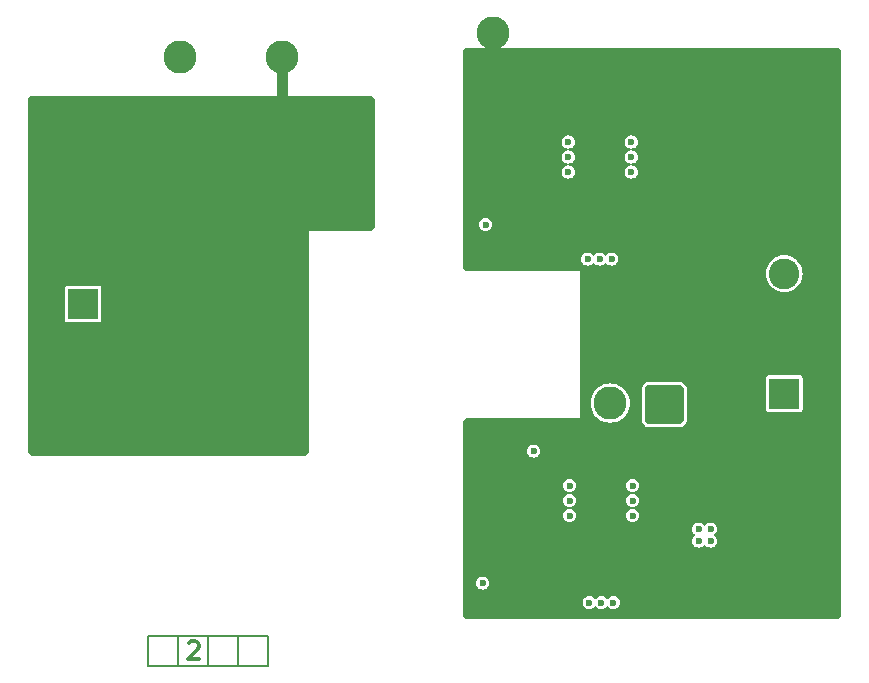
<source format=gbr>
G04 #@! TF.GenerationSoftware,KiCad,Pcbnew,8.0.6*
G04 #@! TF.CreationDate,2024-12-01T22:00:57+01:00*
G04 #@! TF.ProjectId,UCC25800,55434332-3538-4303-902e-6b696361645f,rev?*
G04 #@! TF.SameCoordinates,Original*
G04 #@! TF.FileFunction,Copper,L2,Inr*
G04 #@! TF.FilePolarity,Positive*
%FSLAX46Y46*%
G04 Gerber Fmt 4.6, Leading zero omitted, Abs format (unit mm)*
G04 Created by KiCad (PCBNEW 8.0.6) date 2024-12-01 22:00:57*
%MOMM*%
%LPD*%
G01*
G04 APERTURE LIST*
G04 #@! TA.AperFunction,NonConductor*
%ADD10C,0.200000*%
G04 #@! TD*
%ADD11C,0.300000*%
G04 #@! TA.AperFunction,NonConductor*
%ADD12C,0.300000*%
G04 #@! TD*
G04 #@! TA.AperFunction,ComponentPad*
%ADD13C,2.800000*%
G04 #@! TD*
G04 #@! TA.AperFunction,ComponentPad*
%ADD14R,2.600000X2.600000*%
G04 #@! TD*
G04 #@! TA.AperFunction,ComponentPad*
%ADD15C,2.600000*%
G04 #@! TD*
G04 #@! TA.AperFunction,HeatsinkPad*
%ADD16C,0.600000*%
G04 #@! TD*
G04 #@! TA.AperFunction,ViaPad*
%ADD17C,0.600000*%
G04 #@! TD*
G04 #@! TA.AperFunction,Conductor*
%ADD18C,0.889000*%
G04 #@! TD*
G04 #@! TA.AperFunction,Conductor*
%ADD19C,1.270000*%
G04 #@! TD*
G04 APERTURE END LIST*
D10*
X135890000Y-115570000D02*
X138430000Y-115570000D01*
X138430000Y-118110000D01*
X135890000Y-118110000D01*
X135890000Y-115570000D01*
X133350000Y-115570000D02*
X135890000Y-115570000D01*
X135890000Y-118110000D01*
X133350000Y-118110000D01*
X133350000Y-115570000D01*
X130810000Y-115570000D02*
X133350000Y-115570000D01*
X133350000Y-118110000D01*
X130810000Y-118110000D01*
X130810000Y-115570000D01*
X138430000Y-115570000D02*
X140970000Y-115570000D01*
X140970000Y-118110000D01*
X138430000Y-118110000D01*
X138430000Y-115570000D01*
D11*
D12*
X134239482Y-116198085D02*
X134310910Y-116126657D01*
X134310910Y-116126657D02*
X134453768Y-116055228D01*
X134453768Y-116055228D02*
X134810910Y-116055228D01*
X134810910Y-116055228D02*
X134953768Y-116126657D01*
X134953768Y-116126657D02*
X135025196Y-116198085D01*
X135025196Y-116198085D02*
X135096625Y-116340942D01*
X135096625Y-116340942D02*
X135096625Y-116483800D01*
X135096625Y-116483800D02*
X135025196Y-116698085D01*
X135025196Y-116698085D02*
X134168053Y-117555228D01*
X134168053Y-117555228D02*
X135096625Y-117555228D01*
D13*
G04 #@! TO.N,GND*
G04 #@! TO.C,TP4*
X160020000Y-64516000D03*
G04 #@! TD*
G04 #@! TO.N,+24V*
G04 #@! TO.C,TP3*
X169926000Y-95885000D03*
G04 #@! TD*
D14*
G04 #@! TO.N,Net-(J1-Pin_1)*
G04 #@! TO.C,J1*
X125298000Y-87500000D03*
D15*
G04 #@! TO.N,GNDS*
X125298000Y-92500000D03*
G04 #@! TD*
D14*
G04 #@! TO.N,+18V*
G04 #@! TO.C,J2*
X184658000Y-95080000D03*
D15*
G04 #@! TO.N,GND*
X184658000Y-90000000D03*
G04 #@! TO.N,-18V*
X184658000Y-84920000D03*
G04 #@! TD*
D13*
G04 #@! TO.N,Net-(U1-VCC)*
G04 #@! TO.C,TP1*
X133477000Y-66548000D03*
G04 #@! TD*
G04 #@! TO.N,GNDS*
G04 #@! TO.C,TP2*
X142113000Y-66548000D03*
G04 #@! TD*
D16*
G04 #@! TO.N,GNDS*
G04 #@! TO.C,U1*
X138453000Y-94478000D03*
X138453000Y-95768000D03*
X139423000Y-94478000D03*
X139423000Y-95768000D03*
G04 #@! TD*
D17*
G04 #@! TO.N,GNDS*
X139954000Y-98806000D03*
X142875000Y-97917000D03*
X143637000Y-97155000D03*
X133350000Y-85598000D03*
X133350000Y-89154000D03*
X143637000Y-97917000D03*
X149479000Y-76327000D03*
X133350000Y-86614000D03*
X140843000Y-83947000D03*
X149479000Y-78359000D03*
X132334000Y-94107000D03*
X138938000Y-98806000D03*
X142875000Y-97155000D03*
X142875000Y-83947000D03*
X122428000Y-77470000D03*
X122428000Y-78486000D03*
X122428000Y-79502000D03*
X133350000Y-87630000D03*
X141859000Y-83947000D03*
X133350000Y-98298000D03*
X149479000Y-77343000D03*
X133350000Y-91186000D03*
X137922000Y-98806000D03*
X133350000Y-90170000D03*
G04 #@! TO.N,GND*
X174498000Y-86995000D03*
X159766000Y-81788000D03*
X174498000Y-85979000D03*
X174371000Y-68453000D03*
X163830000Y-110871000D03*
X188849000Y-105791000D03*
X161925000Y-76708000D03*
X174371000Y-69469000D03*
X176022000Y-79248000D03*
X174371000Y-80772000D03*
X175514000Y-85979000D03*
X186182000Y-71755000D03*
X185420000Y-110871000D03*
X178308000Y-79502000D03*
X185420000Y-109855000D03*
X169164000Y-99060000D03*
X174371000Y-82804000D03*
X187198000Y-71755000D03*
X174371000Y-110871000D03*
X188214000Y-71755000D03*
X173482000Y-85979000D03*
X163830000Y-111887000D03*
X188849000Y-103759000D03*
X174625000Y-100203000D03*
X173482000Y-86995000D03*
X175514000Y-84963000D03*
X161671000Y-106807000D03*
X163322000Y-102616000D03*
X175514000Y-86995000D03*
X185420000Y-111887000D03*
X174371000Y-109855000D03*
X175006000Y-79248000D03*
X168148000Y-99060000D03*
X174371000Y-81788000D03*
X163830000Y-109855000D03*
X163703000Y-82804000D03*
X163703000Y-81788000D03*
X159893000Y-112014000D03*
X173482000Y-84963000D03*
X163703000Y-68453000D03*
X159131000Y-104140000D03*
X163703000Y-67437000D03*
X174371000Y-67437000D03*
X188849000Y-104775000D03*
X177038000Y-79248000D03*
X174498000Y-84963000D03*
X170180000Y-99060000D03*
X163703000Y-80772000D03*
X159385000Y-73787000D03*
X163703000Y-69469000D03*
X174371000Y-111887000D03*
G04 #@! TO.N,+24V*
X175514000Y-96012000D03*
X175514000Y-94996000D03*
X173482000Y-97028000D03*
X173482000Y-96012000D03*
X175514000Y-97028000D03*
X170053000Y-83693000D03*
X174498000Y-96012000D03*
X174498000Y-94996000D03*
X168148000Y-112776000D03*
X174498000Y-97028000D03*
X173482000Y-94996000D03*
X169037000Y-83693000D03*
X170180000Y-112776000D03*
X169164000Y-112776000D03*
X159385000Y-80772000D03*
X168021000Y-83693000D03*
X159131000Y-111125000D03*
G04 #@! TO.N,Net-(D4-K)*
X178435000Y-107569000D03*
X163449000Y-99949000D03*
X177419000Y-106553000D03*
X178435000Y-106553000D03*
X177419000Y-107569000D03*
G04 #@! TO.N,Net-(D4-A)*
X171831000Y-104140000D03*
X171831000Y-105410000D03*
X171831000Y-102870000D03*
G04 #@! TO.N,Net-(U2-SW)*
X166497000Y-102870000D03*
X166497000Y-104140000D03*
X166497000Y-105410000D03*
G04 #@! TO.N,Net-(D5-A)*
X171704000Y-76327000D03*
X171704000Y-75057000D03*
X171704000Y-73787000D03*
G04 #@! TO.N,Net-(U4-SW)*
X166370000Y-73787000D03*
X166370000Y-75057000D03*
X166370000Y-76327000D03*
G04 #@! TD*
D18*
G04 #@! TO.N,GNDS*
X142113000Y-66548000D02*
X142113000Y-76073000D01*
X143383000Y-77343000D02*
X149479000Y-77343000D01*
X142113000Y-76073000D02*
X143383000Y-77343000D01*
D19*
G04 #@! TO.N,GND*
X160020000Y-67945000D02*
X160528000Y-68453000D01*
X160528000Y-68453000D02*
X163703000Y-68453000D01*
X160020000Y-64516000D02*
X160020000Y-67945000D01*
G04 #@! TD*
G04 #@! TA.AperFunction,Conductor*
G04 #@! TO.N,+24V*
G36*
X175913306Y-94379306D02*
G01*
X176130694Y-94596694D01*
X176149000Y-94640888D01*
X176149000Y-97383112D01*
X176130694Y-97427306D01*
X175913306Y-97644694D01*
X175869112Y-97663000D01*
X173126888Y-97663000D01*
X173082694Y-97644694D01*
X172865306Y-97427306D01*
X172847000Y-97383112D01*
X172847000Y-94640888D01*
X172865306Y-94596694D01*
X173082694Y-94379306D01*
X173126888Y-94361000D01*
X175869112Y-94361000D01*
X175913306Y-94379306D01*
G37*
G04 #@! TD.AperFunction*
G04 #@! TD*
G04 #@! TA.AperFunction,Conductor*
G04 #@! TO.N,GNDS*
G36*
X149751306Y-69868306D02*
G01*
X149968694Y-70085694D01*
X149987000Y-70129888D01*
X149987000Y-81000112D01*
X149968694Y-81044306D01*
X149751306Y-81261694D01*
X149707112Y-81280000D01*
X144399000Y-81280000D01*
X144399000Y-81534000D01*
X144399000Y-100050112D01*
X144380694Y-100094306D01*
X144163306Y-100311694D01*
X144119112Y-100330000D01*
X120929888Y-100330000D01*
X120885694Y-100311694D01*
X120668306Y-100094306D01*
X120650000Y-100050112D01*
X120650000Y-86174932D01*
X123743500Y-86174932D01*
X123743500Y-88825064D01*
X123743501Y-88825068D01*
X123758265Y-88899299D01*
X123758267Y-88899303D01*
X123814515Y-88983484D01*
X123898697Y-89039733D01*
X123898699Y-89039734D01*
X123972933Y-89054500D01*
X126623066Y-89054499D01*
X126697301Y-89039734D01*
X126781484Y-88983484D01*
X126837734Y-88899301D01*
X126852500Y-88825067D01*
X126852499Y-86174934D01*
X126837734Y-86100699D01*
X126837732Y-86100696D01*
X126781484Y-86016515D01*
X126697302Y-85960266D01*
X126697300Y-85960265D01*
X126623067Y-85945500D01*
X123972935Y-85945500D01*
X123972931Y-85945501D01*
X123898700Y-85960265D01*
X123898696Y-85960267D01*
X123814515Y-86016515D01*
X123758266Y-86100697D01*
X123758265Y-86100699D01*
X123743500Y-86174932D01*
X120650000Y-86174932D01*
X120650000Y-70129888D01*
X120668306Y-70085694D01*
X120885694Y-69868306D01*
X120929888Y-69850000D01*
X149707112Y-69850000D01*
X149751306Y-69868306D01*
G37*
G04 #@! TD.AperFunction*
G04 #@! TD*
G04 #@! TA.AperFunction,Conductor*
G04 #@! TO.N,GND*
G36*
X189248306Y-65804306D02*
G01*
X189465694Y-66021694D01*
X189484000Y-66065888D01*
X189484000Y-113893112D01*
X189465694Y-113937306D01*
X189248306Y-114154694D01*
X189204112Y-114173000D01*
X157759888Y-114173000D01*
X157715694Y-114154694D01*
X157498306Y-113937306D01*
X157480000Y-113893112D01*
X157480000Y-112775998D01*
X167588715Y-112775998D01*
X167588715Y-112776001D01*
X167607770Y-112920747D01*
X167607771Y-112920753D01*
X167607772Y-112920754D01*
X167663645Y-113055643D01*
X167752526Y-113171474D01*
X167868357Y-113260355D01*
X168003246Y-113316228D01*
X168003250Y-113316228D01*
X168003252Y-113316229D01*
X168147998Y-113335285D01*
X168148000Y-113335285D01*
X168148002Y-113335285D01*
X168292747Y-113316229D01*
X168292747Y-113316228D01*
X168292754Y-113316228D01*
X168427643Y-113260355D01*
X168543474Y-113171474D01*
X168606415Y-113089447D01*
X168647842Y-113065530D01*
X168694047Y-113077910D01*
X168705583Y-113089446D01*
X168768526Y-113171474D01*
X168884357Y-113260355D01*
X169019246Y-113316228D01*
X169019250Y-113316228D01*
X169019252Y-113316229D01*
X169163998Y-113335285D01*
X169164000Y-113335285D01*
X169164002Y-113335285D01*
X169308747Y-113316229D01*
X169308747Y-113316228D01*
X169308754Y-113316228D01*
X169443643Y-113260355D01*
X169559474Y-113171474D01*
X169622415Y-113089447D01*
X169663842Y-113065530D01*
X169710047Y-113077910D01*
X169721583Y-113089446D01*
X169784526Y-113171474D01*
X169900357Y-113260355D01*
X170035246Y-113316228D01*
X170035250Y-113316228D01*
X170035252Y-113316229D01*
X170179998Y-113335285D01*
X170180000Y-113335285D01*
X170180002Y-113335285D01*
X170324747Y-113316229D01*
X170324747Y-113316228D01*
X170324754Y-113316228D01*
X170459643Y-113260355D01*
X170575474Y-113171474D01*
X170664355Y-113055643D01*
X170720228Y-112920754D01*
X170739285Y-112776000D01*
X170720228Y-112631246D01*
X170664355Y-112496358D01*
X170575474Y-112380526D01*
X170575472Y-112380525D01*
X170575472Y-112380524D01*
X170540349Y-112353574D01*
X170459643Y-112291645D01*
X170459639Y-112291643D01*
X170324757Y-112235773D01*
X170324747Y-112235770D01*
X170180002Y-112216715D01*
X170179998Y-112216715D01*
X170035252Y-112235770D01*
X170035242Y-112235773D01*
X169900360Y-112291643D01*
X169784525Y-112380526D01*
X169721583Y-112462553D01*
X169680157Y-112486470D01*
X169633951Y-112474089D01*
X169622417Y-112462555D01*
X169559474Y-112380526D01*
X169443643Y-112291645D01*
X169443639Y-112291643D01*
X169308757Y-112235773D01*
X169308747Y-112235770D01*
X169164002Y-112216715D01*
X169163998Y-112216715D01*
X169019252Y-112235770D01*
X169019242Y-112235773D01*
X168884360Y-112291643D01*
X168768525Y-112380526D01*
X168705583Y-112462553D01*
X168664157Y-112486470D01*
X168617951Y-112474089D01*
X168606417Y-112462555D01*
X168543474Y-112380526D01*
X168427643Y-112291645D01*
X168427639Y-112291643D01*
X168292757Y-112235773D01*
X168292747Y-112235770D01*
X168148002Y-112216715D01*
X168147998Y-112216715D01*
X168003252Y-112235770D01*
X168003242Y-112235773D01*
X167868360Y-112291643D01*
X167752525Y-112380525D01*
X167663643Y-112496360D01*
X167607773Y-112631242D01*
X167607770Y-112631252D01*
X167588715Y-112775998D01*
X157480000Y-112775998D01*
X157480000Y-111124998D01*
X158571715Y-111124998D01*
X158571715Y-111125001D01*
X158590770Y-111269747D01*
X158590771Y-111269753D01*
X158590772Y-111269754D01*
X158646645Y-111404643D01*
X158735526Y-111520474D01*
X158851357Y-111609355D01*
X158986246Y-111665228D01*
X158986250Y-111665228D01*
X158986252Y-111665229D01*
X159130998Y-111684285D01*
X159131000Y-111684285D01*
X159131002Y-111684285D01*
X159275747Y-111665229D01*
X159275747Y-111665228D01*
X159275754Y-111665228D01*
X159410643Y-111609355D01*
X159526474Y-111520474D01*
X159615355Y-111404643D01*
X159671228Y-111269754D01*
X159690285Y-111125000D01*
X159671228Y-110980246D01*
X159615355Y-110845358D01*
X159526474Y-110729526D01*
X159526472Y-110729525D01*
X159526472Y-110729524D01*
X159491349Y-110702574D01*
X159410643Y-110640645D01*
X159410639Y-110640643D01*
X159275757Y-110584773D01*
X159275747Y-110584770D01*
X159131002Y-110565715D01*
X159130998Y-110565715D01*
X158986252Y-110584770D01*
X158986242Y-110584773D01*
X158851360Y-110640643D01*
X158735525Y-110729525D01*
X158646643Y-110845360D01*
X158590773Y-110980242D01*
X158590770Y-110980252D01*
X158571715Y-111124998D01*
X157480000Y-111124998D01*
X157480000Y-106552998D01*
X176859715Y-106552998D01*
X176859715Y-106553001D01*
X176878770Y-106697747D01*
X176878771Y-106697753D01*
X176878772Y-106697754D01*
X176934645Y-106832643D01*
X176960585Y-106866448D01*
X177023527Y-106948476D01*
X177105552Y-107011416D01*
X177129469Y-107052842D01*
X177117088Y-107099048D01*
X177105552Y-107110584D01*
X177023526Y-107173525D01*
X176934643Y-107289360D01*
X176878773Y-107424242D01*
X176878770Y-107424252D01*
X176859715Y-107568998D01*
X176859715Y-107569001D01*
X176878770Y-107713747D01*
X176878771Y-107713753D01*
X176878772Y-107713754D01*
X176934645Y-107848643D01*
X177023526Y-107964474D01*
X177139357Y-108053355D01*
X177274246Y-108109228D01*
X177274250Y-108109228D01*
X177274252Y-108109229D01*
X177418998Y-108128285D01*
X177419000Y-108128285D01*
X177419002Y-108128285D01*
X177563747Y-108109229D01*
X177563747Y-108109228D01*
X177563754Y-108109228D01*
X177698643Y-108053355D01*
X177814474Y-107964474D01*
X177877415Y-107882447D01*
X177918842Y-107858530D01*
X177965047Y-107870910D01*
X177976583Y-107882446D01*
X178039526Y-107964474D01*
X178155357Y-108053355D01*
X178290246Y-108109228D01*
X178290250Y-108109228D01*
X178290252Y-108109229D01*
X178434998Y-108128285D01*
X178435000Y-108128285D01*
X178435002Y-108128285D01*
X178579747Y-108109229D01*
X178579747Y-108109228D01*
X178579754Y-108109228D01*
X178714643Y-108053355D01*
X178830474Y-107964474D01*
X178919355Y-107848643D01*
X178975228Y-107713754D01*
X178994285Y-107569000D01*
X178975228Y-107424246D01*
X178919355Y-107289358D01*
X178830474Y-107173526D01*
X178830471Y-107173524D01*
X178830470Y-107173522D01*
X178748448Y-107110585D01*
X178724530Y-107069158D01*
X178736910Y-107022953D01*
X178748448Y-107011415D01*
X178830471Y-106948476D01*
X178830474Y-106948474D01*
X178919355Y-106832643D01*
X178975228Y-106697754D01*
X178994285Y-106553000D01*
X178975228Y-106408246D01*
X178919355Y-106273358D01*
X178830474Y-106157526D01*
X178830472Y-106157525D01*
X178830472Y-106157524D01*
X178795349Y-106130574D01*
X178714643Y-106068645D01*
X178714639Y-106068643D01*
X178579757Y-106012773D01*
X178579747Y-106012770D01*
X178435002Y-105993715D01*
X178434998Y-105993715D01*
X178290252Y-106012770D01*
X178290242Y-106012773D01*
X178155360Y-106068643D01*
X178039525Y-106157526D01*
X177976583Y-106239553D01*
X177935157Y-106263470D01*
X177888951Y-106251089D01*
X177877417Y-106239555D01*
X177814474Y-106157526D01*
X177698643Y-106068645D01*
X177698639Y-106068643D01*
X177563757Y-106012773D01*
X177563747Y-106012770D01*
X177419002Y-105993715D01*
X177418998Y-105993715D01*
X177274252Y-106012770D01*
X177274242Y-106012773D01*
X177139360Y-106068643D01*
X177023525Y-106157525D01*
X176934643Y-106273360D01*
X176878773Y-106408242D01*
X176878770Y-106408252D01*
X176859715Y-106552998D01*
X157480000Y-106552998D01*
X157480000Y-105409998D01*
X165937715Y-105409998D01*
X165937715Y-105410001D01*
X165956770Y-105554747D01*
X165956771Y-105554753D01*
X165956772Y-105554754D01*
X166012645Y-105689643D01*
X166101526Y-105805474D01*
X166217357Y-105894355D01*
X166352246Y-105950228D01*
X166352250Y-105950228D01*
X166352252Y-105950229D01*
X166496998Y-105969285D01*
X166497000Y-105969285D01*
X166497002Y-105969285D01*
X166641747Y-105950229D01*
X166641747Y-105950228D01*
X166641754Y-105950228D01*
X166776643Y-105894355D01*
X166892474Y-105805474D01*
X166981355Y-105689643D01*
X167037228Y-105554754D01*
X167056285Y-105410000D01*
X167056285Y-105409998D01*
X171271715Y-105409998D01*
X171271715Y-105410001D01*
X171290770Y-105554747D01*
X171290771Y-105554753D01*
X171290772Y-105554754D01*
X171346645Y-105689643D01*
X171435526Y-105805474D01*
X171551357Y-105894355D01*
X171686246Y-105950228D01*
X171686250Y-105950228D01*
X171686252Y-105950229D01*
X171830998Y-105969285D01*
X171831000Y-105969285D01*
X171831002Y-105969285D01*
X171975747Y-105950229D01*
X171975747Y-105950228D01*
X171975754Y-105950228D01*
X172110643Y-105894355D01*
X172226474Y-105805474D01*
X172315355Y-105689643D01*
X172371228Y-105554754D01*
X172390285Y-105410000D01*
X172371228Y-105265246D01*
X172315355Y-105130358D01*
X172226474Y-105014526D01*
X172226472Y-105014525D01*
X172226472Y-105014524D01*
X172191349Y-104987574D01*
X172110643Y-104925645D01*
X172110639Y-104925643D01*
X171975757Y-104869773D01*
X171975747Y-104869770D01*
X171831002Y-104850715D01*
X171830998Y-104850715D01*
X171686252Y-104869770D01*
X171686242Y-104869773D01*
X171551360Y-104925643D01*
X171435525Y-105014525D01*
X171346643Y-105130360D01*
X171290773Y-105265242D01*
X171290770Y-105265252D01*
X171271715Y-105409998D01*
X167056285Y-105409998D01*
X167037228Y-105265246D01*
X166981355Y-105130358D01*
X166892474Y-105014526D01*
X166892472Y-105014525D01*
X166892472Y-105014524D01*
X166857349Y-104987574D01*
X166776643Y-104925645D01*
X166776639Y-104925643D01*
X166641757Y-104869773D01*
X166641747Y-104869770D01*
X166497002Y-104850715D01*
X166496998Y-104850715D01*
X166352252Y-104869770D01*
X166352242Y-104869773D01*
X166217360Y-104925643D01*
X166101525Y-105014525D01*
X166012643Y-105130360D01*
X165956773Y-105265242D01*
X165956770Y-105265252D01*
X165937715Y-105409998D01*
X157480000Y-105409998D01*
X157480000Y-104139998D01*
X165937715Y-104139998D01*
X165937715Y-104140001D01*
X165956770Y-104284747D01*
X165956771Y-104284753D01*
X165956772Y-104284754D01*
X166012645Y-104419643D01*
X166101526Y-104535474D01*
X166217357Y-104624355D01*
X166352246Y-104680228D01*
X166352250Y-104680228D01*
X166352252Y-104680229D01*
X166496998Y-104699285D01*
X166497000Y-104699285D01*
X166497002Y-104699285D01*
X166641747Y-104680229D01*
X166641747Y-104680228D01*
X166641754Y-104680228D01*
X166776643Y-104624355D01*
X166892474Y-104535474D01*
X166981355Y-104419643D01*
X167037228Y-104284754D01*
X167056285Y-104140000D01*
X167056285Y-104139998D01*
X171271715Y-104139998D01*
X171271715Y-104140001D01*
X171290770Y-104284747D01*
X171290771Y-104284753D01*
X171290772Y-104284754D01*
X171346645Y-104419643D01*
X171435526Y-104535474D01*
X171551357Y-104624355D01*
X171686246Y-104680228D01*
X171686250Y-104680228D01*
X171686252Y-104680229D01*
X171830998Y-104699285D01*
X171831000Y-104699285D01*
X171831002Y-104699285D01*
X171975747Y-104680229D01*
X171975747Y-104680228D01*
X171975754Y-104680228D01*
X172110643Y-104624355D01*
X172226474Y-104535474D01*
X172315355Y-104419643D01*
X172371228Y-104284754D01*
X172390285Y-104140000D01*
X172371228Y-103995246D01*
X172315355Y-103860358D01*
X172226474Y-103744526D01*
X172226472Y-103744525D01*
X172226472Y-103744524D01*
X172191349Y-103717574D01*
X172110643Y-103655645D01*
X172110639Y-103655643D01*
X171975757Y-103599773D01*
X171975747Y-103599770D01*
X171831002Y-103580715D01*
X171830998Y-103580715D01*
X171686252Y-103599770D01*
X171686242Y-103599773D01*
X171551360Y-103655643D01*
X171435525Y-103744525D01*
X171346643Y-103860360D01*
X171290773Y-103995242D01*
X171290770Y-103995252D01*
X171271715Y-104139998D01*
X167056285Y-104139998D01*
X167037228Y-103995246D01*
X166981355Y-103860358D01*
X166892474Y-103744526D01*
X166892472Y-103744525D01*
X166892472Y-103744524D01*
X166857349Y-103717574D01*
X166776643Y-103655645D01*
X166776639Y-103655643D01*
X166641757Y-103599773D01*
X166641747Y-103599770D01*
X166497002Y-103580715D01*
X166496998Y-103580715D01*
X166352252Y-103599770D01*
X166352242Y-103599773D01*
X166217360Y-103655643D01*
X166101525Y-103744525D01*
X166012643Y-103860360D01*
X165956773Y-103995242D01*
X165956770Y-103995252D01*
X165937715Y-104139998D01*
X157480000Y-104139998D01*
X157480000Y-102869998D01*
X165937715Y-102869998D01*
X165937715Y-102870001D01*
X165956770Y-103014747D01*
X165956771Y-103014753D01*
X165956772Y-103014754D01*
X166012645Y-103149643D01*
X166101526Y-103265474D01*
X166217357Y-103354355D01*
X166352246Y-103410228D01*
X166352250Y-103410228D01*
X166352252Y-103410229D01*
X166496998Y-103429285D01*
X166497000Y-103429285D01*
X166497002Y-103429285D01*
X166641747Y-103410229D01*
X166641747Y-103410228D01*
X166641754Y-103410228D01*
X166776643Y-103354355D01*
X166892474Y-103265474D01*
X166981355Y-103149643D01*
X167037228Y-103014754D01*
X167056285Y-102870000D01*
X167056285Y-102869998D01*
X171271715Y-102869998D01*
X171271715Y-102870001D01*
X171290770Y-103014747D01*
X171290771Y-103014753D01*
X171290772Y-103014754D01*
X171346645Y-103149643D01*
X171435526Y-103265474D01*
X171551357Y-103354355D01*
X171686246Y-103410228D01*
X171686250Y-103410228D01*
X171686252Y-103410229D01*
X171830998Y-103429285D01*
X171831000Y-103429285D01*
X171831002Y-103429285D01*
X171975747Y-103410229D01*
X171975747Y-103410228D01*
X171975754Y-103410228D01*
X172110643Y-103354355D01*
X172226474Y-103265474D01*
X172315355Y-103149643D01*
X172371228Y-103014754D01*
X172390285Y-102870000D01*
X172371228Y-102725246D01*
X172315355Y-102590358D01*
X172226474Y-102474526D01*
X172226472Y-102474525D01*
X172226472Y-102474524D01*
X172191349Y-102447574D01*
X172110643Y-102385645D01*
X172110639Y-102385643D01*
X171975757Y-102329773D01*
X171975747Y-102329770D01*
X171831002Y-102310715D01*
X171830998Y-102310715D01*
X171686252Y-102329770D01*
X171686242Y-102329773D01*
X171551360Y-102385643D01*
X171435525Y-102474525D01*
X171346643Y-102590360D01*
X171290773Y-102725242D01*
X171290770Y-102725252D01*
X171271715Y-102869998D01*
X167056285Y-102869998D01*
X167037228Y-102725246D01*
X166981355Y-102590358D01*
X166892474Y-102474526D01*
X166892472Y-102474525D01*
X166892472Y-102474524D01*
X166857349Y-102447574D01*
X166776643Y-102385645D01*
X166776639Y-102385643D01*
X166641757Y-102329773D01*
X166641747Y-102329770D01*
X166497002Y-102310715D01*
X166496998Y-102310715D01*
X166352252Y-102329770D01*
X166352242Y-102329773D01*
X166217360Y-102385643D01*
X166101525Y-102474525D01*
X166012643Y-102590360D01*
X165956773Y-102725242D01*
X165956770Y-102725252D01*
X165937715Y-102869998D01*
X157480000Y-102869998D01*
X157480000Y-99948998D01*
X162889715Y-99948998D01*
X162889715Y-99949001D01*
X162908770Y-100093747D01*
X162908771Y-100093753D01*
X162908772Y-100093754D01*
X162964645Y-100228643D01*
X163053526Y-100344474D01*
X163169357Y-100433355D01*
X163304246Y-100489228D01*
X163304250Y-100489228D01*
X163304252Y-100489229D01*
X163448998Y-100508285D01*
X163449000Y-100508285D01*
X163449002Y-100508285D01*
X163593747Y-100489229D01*
X163593747Y-100489228D01*
X163593754Y-100489228D01*
X163728643Y-100433355D01*
X163844474Y-100344474D01*
X163933355Y-100228643D01*
X163989228Y-100093754D01*
X164008285Y-99949000D01*
X163989228Y-99804246D01*
X163933355Y-99669358D01*
X163844474Y-99553526D01*
X163844472Y-99553525D01*
X163844472Y-99553524D01*
X163809349Y-99526574D01*
X163728643Y-99464645D01*
X163728639Y-99464643D01*
X163593757Y-99408773D01*
X163593747Y-99408770D01*
X163449002Y-99389715D01*
X163448998Y-99389715D01*
X163304252Y-99408770D01*
X163304242Y-99408773D01*
X163169360Y-99464643D01*
X163053525Y-99553525D01*
X162964643Y-99669360D01*
X162908773Y-99804242D01*
X162908770Y-99804252D01*
X162889715Y-99948998D01*
X157480000Y-99948998D01*
X157480000Y-97434888D01*
X157498306Y-97390694D01*
X157715694Y-97173306D01*
X157759888Y-97155000D01*
X167132000Y-97155000D01*
X167386000Y-97155000D01*
X167386000Y-95884995D01*
X168266384Y-95884995D01*
X168266384Y-95885004D01*
X168286815Y-96144609D01*
X168286817Y-96144620D01*
X168347609Y-96397844D01*
X168347612Y-96397853D01*
X168447268Y-96638445D01*
X168447270Y-96638448D01*
X168583340Y-96860495D01*
X168583344Y-96860501D01*
X168752470Y-97058523D01*
X168752476Y-97058529D01*
X168950498Y-97227655D01*
X168950502Y-97227658D01*
X169172550Y-97363729D01*
X169172552Y-97363730D01*
X169172554Y-97363731D01*
X169219347Y-97383113D01*
X169413150Y-97463389D01*
X169666379Y-97524183D01*
X169666388Y-97524183D01*
X169666390Y-97524184D01*
X169925996Y-97544616D01*
X169926000Y-97544616D01*
X169926004Y-97544616D01*
X170185609Y-97524184D01*
X170185609Y-97524183D01*
X170185621Y-97524183D01*
X170438850Y-97463389D01*
X170632655Y-97383112D01*
X172587499Y-97383112D01*
X172607253Y-97482418D01*
X172620197Y-97513665D01*
X172625560Y-97526613D01*
X172681812Y-97610800D01*
X172899200Y-97828188D01*
X172983387Y-97884440D01*
X173024753Y-97901574D01*
X173026976Y-97902626D01*
X173027581Y-97902746D01*
X173027582Y-97902747D01*
X173126888Y-97922500D01*
X175869112Y-97922500D01*
X175869113Y-97922500D01*
X175968419Y-97902746D01*
X176012613Y-97884440D01*
X176096800Y-97828188D01*
X176314188Y-97610800D01*
X176370440Y-97526613D01*
X176387578Y-97485238D01*
X176388626Y-97483021D01*
X176388746Y-97482419D01*
X176388747Y-97482418D01*
X176408500Y-97383112D01*
X176408500Y-94640887D01*
X176388746Y-94541581D01*
X176370440Y-94497387D01*
X176314188Y-94413200D01*
X176096800Y-94195812D01*
X176012613Y-94139560D01*
X176012612Y-94139559D01*
X176012610Y-94139558D01*
X175971261Y-94122431D01*
X175969026Y-94121374D01*
X175869112Y-94101500D01*
X173126887Y-94101500D01*
X173110411Y-94104777D01*
X173027581Y-94121253D01*
X172983389Y-94139559D01*
X172983385Y-94139561D01*
X172899200Y-94195811D01*
X172681811Y-94413200D01*
X172625561Y-94497385D01*
X172625560Y-94497386D01*
X172608431Y-94538739D01*
X172607374Y-94540973D01*
X172587500Y-94640887D01*
X172587500Y-97383112D01*
X172587499Y-97383112D01*
X170632655Y-97383112D01*
X170679450Y-97363729D01*
X170901498Y-97227658D01*
X171000512Y-97143092D01*
X171099523Y-97058529D01*
X171099529Y-97058523D01*
X171268655Y-96860501D01*
X171268658Y-96860498D01*
X171404729Y-96638450D01*
X171504389Y-96397850D01*
X171565183Y-96144621D01*
X171585616Y-95885000D01*
X171565183Y-95625379D01*
X171504389Y-95372150D01*
X171404729Y-95131550D01*
X171268658Y-94909502D01*
X171268655Y-94909498D01*
X171099529Y-94711476D01*
X171099523Y-94711470D01*
X170901501Y-94542344D01*
X170901495Y-94542340D01*
X170679448Y-94406270D01*
X170679445Y-94406268D01*
X170438853Y-94306612D01*
X170438844Y-94306609D01*
X170261646Y-94264068D01*
X170185621Y-94245817D01*
X170185619Y-94245816D01*
X170185609Y-94245815D01*
X169926004Y-94225384D01*
X169925996Y-94225384D01*
X169666390Y-94245815D01*
X169666379Y-94245817D01*
X169413155Y-94306609D01*
X169413146Y-94306612D01*
X169172554Y-94406268D01*
X169172551Y-94406270D01*
X168950504Y-94542340D01*
X168950498Y-94542344D01*
X168752476Y-94711470D01*
X168752470Y-94711476D01*
X168583344Y-94909498D01*
X168583340Y-94909504D01*
X168447270Y-95131551D01*
X168447268Y-95131554D01*
X168347612Y-95372146D01*
X168347609Y-95372155D01*
X168286817Y-95625379D01*
X168286815Y-95625390D01*
X168266384Y-95884995D01*
X167386000Y-95884995D01*
X167386000Y-93754932D01*
X183103500Y-93754932D01*
X183103500Y-96405064D01*
X183103501Y-96405068D01*
X183118265Y-96479299D01*
X183118267Y-96479303D01*
X183174515Y-96563484D01*
X183258697Y-96619733D01*
X183258699Y-96619734D01*
X183332933Y-96634500D01*
X185983066Y-96634499D01*
X186057301Y-96619734D01*
X186141484Y-96563484D01*
X186197734Y-96479301D01*
X186212500Y-96405067D01*
X186212499Y-93754934D01*
X186197734Y-93680699D01*
X186197732Y-93680696D01*
X186141484Y-93596515D01*
X186057302Y-93540266D01*
X186057300Y-93540265D01*
X185983067Y-93525500D01*
X183332935Y-93525500D01*
X183332931Y-93525501D01*
X183258700Y-93540265D01*
X183258696Y-93540267D01*
X183174515Y-93596515D01*
X183118266Y-93680697D01*
X183118265Y-93680699D01*
X183103500Y-93754932D01*
X167386000Y-93754932D01*
X167386000Y-84919995D01*
X183098693Y-84919995D01*
X183098693Y-84920004D01*
X183117889Y-85163922D01*
X183117890Y-85163926D01*
X183117891Y-85163929D01*
X183175011Y-85401852D01*
X183268647Y-85627911D01*
X183268648Y-85627912D01*
X183396491Y-85836534D01*
X183555402Y-86022597D01*
X183667603Y-86118424D01*
X183741462Y-86181506D01*
X183950089Y-86309353D01*
X184176148Y-86402989D01*
X184414071Y-86460109D01*
X184414073Y-86460109D01*
X184414077Y-86460110D01*
X184657996Y-86479307D01*
X184658000Y-86479307D01*
X184658004Y-86479307D01*
X184901922Y-86460110D01*
X184901924Y-86460109D01*
X184901929Y-86460109D01*
X185139852Y-86402989D01*
X185365911Y-86309353D01*
X185574538Y-86181506D01*
X185760597Y-86022597D01*
X185919506Y-85836538D01*
X186047353Y-85627911D01*
X186140989Y-85401852D01*
X186198109Y-85163929D01*
X186217307Y-84920000D01*
X186199260Y-84690694D01*
X186198110Y-84676077D01*
X186198109Y-84676073D01*
X186149429Y-84473306D01*
X186140989Y-84438148D01*
X186047353Y-84212089D01*
X185919506Y-84003462D01*
X185844430Y-83915559D01*
X185760597Y-83817402D01*
X185629225Y-83705201D01*
X185574538Y-83658494D01*
X185574536Y-83658492D01*
X185574534Y-83658491D01*
X185452214Y-83583533D01*
X185365911Y-83530647D01*
X185139852Y-83437011D01*
X185139846Y-83437009D01*
X185139845Y-83437009D01*
X184901926Y-83379890D01*
X184901922Y-83379889D01*
X184658004Y-83360693D01*
X184657996Y-83360693D01*
X184414077Y-83379889D01*
X184414073Y-83379890D01*
X184176154Y-83437009D01*
X184176150Y-83437010D01*
X184176148Y-83437011D01*
X183950089Y-83530647D01*
X183950087Y-83530648D01*
X183741465Y-83658491D01*
X183555402Y-83817402D01*
X183396491Y-84003465D01*
X183344398Y-84088474D01*
X183268647Y-84212089D01*
X183251998Y-84252285D01*
X183175009Y-84438154D01*
X183117890Y-84676073D01*
X183117889Y-84676077D01*
X183098693Y-84919995D01*
X167386000Y-84919995D01*
X167386000Y-84709000D01*
X167132000Y-84709000D01*
X157759888Y-84709000D01*
X157715694Y-84690694D01*
X157498306Y-84473306D01*
X157480000Y-84429112D01*
X157480000Y-83692998D01*
X167461715Y-83692998D01*
X167461715Y-83693001D01*
X167480770Y-83837747D01*
X167480771Y-83837753D01*
X167480772Y-83837754D01*
X167536645Y-83972643D01*
X167625526Y-84088474D01*
X167741357Y-84177355D01*
X167876246Y-84233228D01*
X167876250Y-84233228D01*
X167876252Y-84233229D01*
X168020998Y-84252285D01*
X168021000Y-84252285D01*
X168021002Y-84252285D01*
X168165747Y-84233229D01*
X168165747Y-84233228D01*
X168165754Y-84233228D01*
X168300643Y-84177355D01*
X168416474Y-84088474D01*
X168479415Y-84006447D01*
X168520842Y-83982530D01*
X168567047Y-83994910D01*
X168578583Y-84006446D01*
X168641526Y-84088474D01*
X168757357Y-84177355D01*
X168892246Y-84233228D01*
X168892250Y-84233228D01*
X168892252Y-84233229D01*
X169036998Y-84252285D01*
X169037000Y-84252285D01*
X169037002Y-84252285D01*
X169181747Y-84233229D01*
X169181747Y-84233228D01*
X169181754Y-84233228D01*
X169316643Y-84177355D01*
X169432474Y-84088474D01*
X169495415Y-84006447D01*
X169536842Y-83982530D01*
X169583047Y-83994910D01*
X169594583Y-84006446D01*
X169657526Y-84088474D01*
X169773357Y-84177355D01*
X169908246Y-84233228D01*
X169908250Y-84233228D01*
X169908252Y-84233229D01*
X170052998Y-84252285D01*
X170053000Y-84252285D01*
X170053002Y-84252285D01*
X170197747Y-84233229D01*
X170197747Y-84233228D01*
X170197754Y-84233228D01*
X170332643Y-84177355D01*
X170448474Y-84088474D01*
X170537355Y-83972643D01*
X170593228Y-83837754D01*
X170612285Y-83693000D01*
X170607742Y-83658494D01*
X170593229Y-83548252D01*
X170593228Y-83548250D01*
X170593228Y-83548246D01*
X170561000Y-83470441D01*
X170537357Y-83413362D01*
X170537356Y-83413361D01*
X170537355Y-83413358D01*
X170448474Y-83297526D01*
X170448472Y-83297525D01*
X170448472Y-83297524D01*
X170413349Y-83270574D01*
X170332643Y-83208645D01*
X170332639Y-83208643D01*
X170197757Y-83152773D01*
X170197747Y-83152770D01*
X170053002Y-83133715D01*
X170052998Y-83133715D01*
X169908252Y-83152770D01*
X169908242Y-83152773D01*
X169773360Y-83208643D01*
X169657525Y-83297526D01*
X169594583Y-83379553D01*
X169553157Y-83403470D01*
X169506951Y-83391089D01*
X169495417Y-83379555D01*
X169432474Y-83297526D01*
X169316643Y-83208645D01*
X169316639Y-83208643D01*
X169181757Y-83152773D01*
X169181747Y-83152770D01*
X169037002Y-83133715D01*
X169036998Y-83133715D01*
X168892252Y-83152770D01*
X168892242Y-83152773D01*
X168757360Y-83208643D01*
X168641525Y-83297526D01*
X168578583Y-83379553D01*
X168537157Y-83403470D01*
X168490951Y-83391089D01*
X168479417Y-83379555D01*
X168416474Y-83297526D01*
X168300643Y-83208645D01*
X168300639Y-83208643D01*
X168165757Y-83152773D01*
X168165747Y-83152770D01*
X168021002Y-83133715D01*
X168020998Y-83133715D01*
X167876252Y-83152770D01*
X167876242Y-83152773D01*
X167741360Y-83208643D01*
X167625525Y-83297525D01*
X167536643Y-83413360D01*
X167480773Y-83548242D01*
X167480770Y-83548252D01*
X167461715Y-83692998D01*
X157480000Y-83692998D01*
X157480000Y-80771998D01*
X158825715Y-80771998D01*
X158825715Y-80772001D01*
X158844770Y-80916747D01*
X158844771Y-80916753D01*
X158844772Y-80916754D01*
X158900645Y-81051643D01*
X158989526Y-81167474D01*
X159105357Y-81256355D01*
X159240246Y-81312228D01*
X159240250Y-81312228D01*
X159240252Y-81312229D01*
X159384998Y-81331285D01*
X159385000Y-81331285D01*
X159385002Y-81331285D01*
X159529747Y-81312229D01*
X159529747Y-81312228D01*
X159529754Y-81312228D01*
X159664643Y-81256355D01*
X159780474Y-81167474D01*
X159869355Y-81051643D01*
X159925228Y-80916754D01*
X159944285Y-80772000D01*
X159925228Y-80627246D01*
X159869355Y-80492358D01*
X159780474Y-80376526D01*
X159780472Y-80376525D01*
X159780472Y-80376524D01*
X159745349Y-80349574D01*
X159664643Y-80287645D01*
X159664639Y-80287643D01*
X159529757Y-80231773D01*
X159529747Y-80231770D01*
X159385002Y-80212715D01*
X159384998Y-80212715D01*
X159240252Y-80231770D01*
X159240242Y-80231773D01*
X159105360Y-80287643D01*
X158989525Y-80376525D01*
X158900643Y-80492360D01*
X158844773Y-80627242D01*
X158844770Y-80627252D01*
X158825715Y-80771998D01*
X157480000Y-80771998D01*
X157480000Y-76326998D01*
X165810715Y-76326998D01*
X165810715Y-76327001D01*
X165829770Y-76471747D01*
X165829771Y-76471753D01*
X165829772Y-76471754D01*
X165885645Y-76606643D01*
X165974526Y-76722474D01*
X166090357Y-76811355D01*
X166225246Y-76867228D01*
X166225250Y-76867228D01*
X166225252Y-76867229D01*
X166369998Y-76886285D01*
X166370000Y-76886285D01*
X166370002Y-76886285D01*
X166514747Y-76867229D01*
X166514747Y-76867228D01*
X166514754Y-76867228D01*
X166649643Y-76811355D01*
X166765474Y-76722474D01*
X166854355Y-76606643D01*
X166910228Y-76471754D01*
X166929285Y-76327000D01*
X166929285Y-76326998D01*
X171144715Y-76326998D01*
X171144715Y-76327001D01*
X171163770Y-76471747D01*
X171163771Y-76471753D01*
X171163772Y-76471754D01*
X171219645Y-76606643D01*
X171308526Y-76722474D01*
X171424357Y-76811355D01*
X171559246Y-76867228D01*
X171559250Y-76867228D01*
X171559252Y-76867229D01*
X171703998Y-76886285D01*
X171704000Y-76886285D01*
X171704002Y-76886285D01*
X171848747Y-76867229D01*
X171848747Y-76867228D01*
X171848754Y-76867228D01*
X171983643Y-76811355D01*
X172099474Y-76722474D01*
X172188355Y-76606643D01*
X172244228Y-76471754D01*
X172263285Y-76327000D01*
X172244228Y-76182246D01*
X172188355Y-76047358D01*
X172099474Y-75931526D01*
X172099472Y-75931525D01*
X172099472Y-75931524D01*
X172064349Y-75904574D01*
X171983643Y-75842645D01*
X171983639Y-75842643D01*
X171848757Y-75786773D01*
X171848747Y-75786770D01*
X171704002Y-75767715D01*
X171703998Y-75767715D01*
X171559252Y-75786770D01*
X171559242Y-75786773D01*
X171424360Y-75842643D01*
X171308525Y-75931525D01*
X171219643Y-76047360D01*
X171163773Y-76182242D01*
X171163770Y-76182252D01*
X171144715Y-76326998D01*
X166929285Y-76326998D01*
X166910228Y-76182246D01*
X166854355Y-76047358D01*
X166765474Y-75931526D01*
X166765472Y-75931525D01*
X166765472Y-75931524D01*
X166730349Y-75904574D01*
X166649643Y-75842645D01*
X166649639Y-75842643D01*
X166514757Y-75786773D01*
X166514747Y-75786770D01*
X166370002Y-75767715D01*
X166369998Y-75767715D01*
X166225252Y-75786770D01*
X166225242Y-75786773D01*
X166090360Y-75842643D01*
X165974525Y-75931525D01*
X165885643Y-76047360D01*
X165829773Y-76182242D01*
X165829770Y-76182252D01*
X165810715Y-76326998D01*
X157480000Y-76326998D01*
X157480000Y-75056998D01*
X165810715Y-75056998D01*
X165810715Y-75057001D01*
X165829770Y-75201747D01*
X165829771Y-75201753D01*
X165829772Y-75201754D01*
X165885645Y-75336643D01*
X165974526Y-75452474D01*
X166090357Y-75541355D01*
X166225246Y-75597228D01*
X166225250Y-75597228D01*
X166225252Y-75597229D01*
X166369998Y-75616285D01*
X166370000Y-75616285D01*
X166370002Y-75616285D01*
X166514747Y-75597229D01*
X166514747Y-75597228D01*
X166514754Y-75597228D01*
X166649643Y-75541355D01*
X166765474Y-75452474D01*
X166854355Y-75336643D01*
X166910228Y-75201754D01*
X166929285Y-75057000D01*
X166929285Y-75056998D01*
X171144715Y-75056998D01*
X171144715Y-75057001D01*
X171163770Y-75201747D01*
X171163771Y-75201753D01*
X171163772Y-75201754D01*
X171219645Y-75336643D01*
X171308526Y-75452474D01*
X171424357Y-75541355D01*
X171559246Y-75597228D01*
X171559250Y-75597228D01*
X171559252Y-75597229D01*
X171703998Y-75616285D01*
X171704000Y-75616285D01*
X171704002Y-75616285D01*
X171848747Y-75597229D01*
X171848747Y-75597228D01*
X171848754Y-75597228D01*
X171983643Y-75541355D01*
X172099474Y-75452474D01*
X172188355Y-75336643D01*
X172244228Y-75201754D01*
X172263285Y-75057000D01*
X172244228Y-74912246D01*
X172188355Y-74777358D01*
X172099474Y-74661526D01*
X172099472Y-74661525D01*
X172099472Y-74661524D01*
X172064349Y-74634574D01*
X171983643Y-74572645D01*
X171983639Y-74572643D01*
X171848757Y-74516773D01*
X171848747Y-74516770D01*
X171704002Y-74497715D01*
X171703998Y-74497715D01*
X171559252Y-74516770D01*
X171559242Y-74516773D01*
X171424360Y-74572643D01*
X171308525Y-74661525D01*
X171219643Y-74777360D01*
X171163773Y-74912242D01*
X171163770Y-74912252D01*
X171144715Y-75056998D01*
X166929285Y-75056998D01*
X166910228Y-74912246D01*
X166854355Y-74777358D01*
X166765474Y-74661526D01*
X166765472Y-74661525D01*
X166765472Y-74661524D01*
X166730349Y-74634574D01*
X166649643Y-74572645D01*
X166649639Y-74572643D01*
X166514757Y-74516773D01*
X166514747Y-74516770D01*
X166370002Y-74497715D01*
X166369998Y-74497715D01*
X166225252Y-74516770D01*
X166225242Y-74516773D01*
X166090360Y-74572643D01*
X165974525Y-74661525D01*
X165885643Y-74777360D01*
X165829773Y-74912242D01*
X165829770Y-74912252D01*
X165810715Y-75056998D01*
X157480000Y-75056998D01*
X157480000Y-73786998D01*
X165810715Y-73786998D01*
X165810715Y-73787001D01*
X165829770Y-73931747D01*
X165829771Y-73931753D01*
X165829772Y-73931754D01*
X165885645Y-74066643D01*
X165974526Y-74182474D01*
X166090357Y-74271355D01*
X166225246Y-74327228D01*
X166225250Y-74327228D01*
X166225252Y-74327229D01*
X166369998Y-74346285D01*
X166370000Y-74346285D01*
X166370002Y-74346285D01*
X166514747Y-74327229D01*
X166514747Y-74327228D01*
X166514754Y-74327228D01*
X166649643Y-74271355D01*
X166765474Y-74182474D01*
X166854355Y-74066643D01*
X166910228Y-73931754D01*
X166929285Y-73787000D01*
X166929285Y-73786998D01*
X171144715Y-73786998D01*
X171144715Y-73787001D01*
X171163770Y-73931747D01*
X171163771Y-73931753D01*
X171163772Y-73931754D01*
X171219645Y-74066643D01*
X171308526Y-74182474D01*
X171424357Y-74271355D01*
X171559246Y-74327228D01*
X171559250Y-74327228D01*
X171559252Y-74327229D01*
X171703998Y-74346285D01*
X171704000Y-74346285D01*
X171704002Y-74346285D01*
X171848747Y-74327229D01*
X171848747Y-74327228D01*
X171848754Y-74327228D01*
X171983643Y-74271355D01*
X172099474Y-74182474D01*
X172188355Y-74066643D01*
X172244228Y-73931754D01*
X172263285Y-73787000D01*
X172244228Y-73642246D01*
X172188355Y-73507358D01*
X172099474Y-73391526D01*
X172099472Y-73391525D01*
X172099472Y-73391524D01*
X172064349Y-73364574D01*
X171983643Y-73302645D01*
X171983639Y-73302643D01*
X171848757Y-73246773D01*
X171848747Y-73246770D01*
X171704002Y-73227715D01*
X171703998Y-73227715D01*
X171559252Y-73246770D01*
X171559242Y-73246773D01*
X171424360Y-73302643D01*
X171308525Y-73391525D01*
X171219643Y-73507360D01*
X171163773Y-73642242D01*
X171163770Y-73642252D01*
X171144715Y-73786998D01*
X166929285Y-73786998D01*
X166910228Y-73642246D01*
X166854355Y-73507358D01*
X166765474Y-73391526D01*
X166765472Y-73391525D01*
X166765472Y-73391524D01*
X166730349Y-73364574D01*
X166649643Y-73302645D01*
X166649639Y-73302643D01*
X166514757Y-73246773D01*
X166514747Y-73246770D01*
X166370002Y-73227715D01*
X166369998Y-73227715D01*
X166225252Y-73246770D01*
X166225242Y-73246773D01*
X166090360Y-73302643D01*
X165974525Y-73391525D01*
X165885643Y-73507360D01*
X165829773Y-73642242D01*
X165829770Y-73642252D01*
X165810715Y-73786998D01*
X157480000Y-73786998D01*
X157480000Y-66065888D01*
X157498306Y-66021694D01*
X157715694Y-65804306D01*
X157759888Y-65786000D01*
X189204112Y-65786000D01*
X189248306Y-65804306D01*
G37*
G04 #@! TD.AperFunction*
G04 #@! TD*
M02*

</source>
